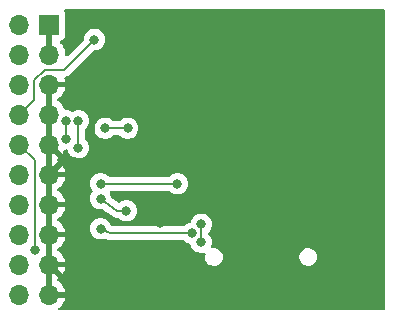
<source format=gbr>
%TF.GenerationSoftware,KiCad,Pcbnew,7.0.7*%
%TF.CreationDate,2023-08-18T08:54:36+02:00*%
%TF.ProjectId,uSD-Turbo,7553442d-5475-4726-926f-2e6b69636164,rev?*%
%TF.SameCoordinates,Original*%
%TF.FileFunction,Copper,L2,Bot*%
%TF.FilePolarity,Positive*%
%FSLAX46Y46*%
G04 Gerber Fmt 4.6, Leading zero omitted, Abs format (unit mm)*
G04 Created by KiCad (PCBNEW 7.0.7) date 2023-08-18 08:54:36*
%MOMM*%
%LPD*%
G01*
G04 APERTURE LIST*
%TA.AperFunction,ComponentPad*%
%ADD10R,1.700000X1.700000*%
%TD*%
%TA.AperFunction,ComponentPad*%
%ADD11O,1.700000X1.700000*%
%TD*%
%TA.AperFunction,ViaPad*%
%ADD12C,0.800000*%
%TD*%
%TA.AperFunction,Conductor*%
%ADD13C,0.500000*%
%TD*%
%TA.AperFunction,Conductor*%
%ADD14C,0.200000*%
%TD*%
G04 APERTURE END LIST*
D10*
%TO.P,J1,1,Pin_1*%
%TO.N,+5V*%
X110160000Y-62840000D03*
D11*
%TO.P,J1,2,Pin_2*%
%TO.N,CB1*%
X107620000Y-62840000D03*
%TO.P,J1,3,Pin_3*%
%TO.N,+5V*%
X110160000Y-65380000D03*
%TO.P,J1,4,Pin_4*%
%TO.N,CB2*%
X107620000Y-65380000D03*
%TO.P,J1,5,Pin_5*%
%TO.N,GND*%
X110160000Y-67920000D03*
%TO.P,J1,6,Pin_6*%
%TO.N,PB0*%
X107620000Y-67920000D03*
%TO.P,J1,7,Pin_7*%
%TO.N,GND*%
X110160000Y-70460000D03*
%TO.P,J1,8,Pin_8*%
%TO.N,PB1*%
X107620000Y-70460000D03*
%TO.P,J1,9,Pin_9*%
%TO.N,GND*%
X110160000Y-73000000D03*
%TO.P,J1,10,Pin_10*%
%TO.N,PB2*%
X107620000Y-73000000D03*
%TO.P,J1,11,Pin_11*%
%TO.N,GND*%
X110160000Y-75540000D03*
%TO.P,J1,12,Pin_12*%
%TO.N,PB3*%
X107620000Y-75540000D03*
%TO.P,J1,13,Pin_13*%
%TO.N,GND*%
X110160000Y-78080000D03*
%TO.P,J1,14,Pin_14*%
%TO.N,PB4*%
X107620000Y-78080000D03*
%TO.P,J1,15,Pin_15*%
%TO.N,GND*%
X110160000Y-80620000D03*
%TO.P,J1,16,Pin_16*%
%TO.N,unconnected-(J1-Pin_16-Pad16)*%
X107620000Y-80620000D03*
%TO.P,J1,17,Pin_17*%
%TO.N,GND*%
X110160000Y-83160000D03*
%TO.P,J1,18,Pin_18*%
%TO.N,unconnected-(J1-Pin_18-Pad18)*%
X107620000Y-83160000D03*
%TO.P,J1,19,Pin_19*%
%TO.N,GND*%
X110160000Y-85700000D03*
%TO.P,J1,20,Pin_20*%
%TO.N,unconnected-(J1-Pin_20-Pad20)*%
X107620000Y-85700000D03*
%TD*%
D12*
%TO.N,CB2*%
X112595000Y-70988000D03*
X114500000Y-77592000D03*
X112595000Y-73274000D03*
X116659000Y-78608000D03*
%TO.N,PB0*%
X111579000Y-70988000D03*
X111579000Y-72512000D03*
%TO.N,PB1*%
X116786000Y-71623000D03*
X114881000Y-71623000D03*
X113970000Y-64110000D03*
%TO.N,PB2*%
X108912000Y-81910000D03*
%TO.N,Net-(R2-Pad2)*%
X120977000Y-76322000D03*
X123009000Y-79751000D03*
X123009000Y-81275000D03*
X114500000Y-76322000D03*
%TO.N,GND*%
X125908000Y-65888000D03*
X119453000Y-69972000D03*
X117167000Y-69972000D03*
X122374000Y-85212000D03*
X122374000Y-74417000D03*
X114754000Y-84577000D03*
X113738000Y-69083000D03*
X134439000Y-85085000D03*
X119515500Y-79624000D03*
X124406000Y-66924000D03*
X114500000Y-69972000D03*
X119453000Y-66924000D03*
X128597000Y-85212000D03*
X128597000Y-74417000D03*
X134439000Y-74417000D03*
X113357000Y-75306000D03*
X118818000Y-75306000D03*
%TO.N,Net-(R3-Pad2)*%
X114500000Y-80132000D03*
X122247000Y-80513000D03*
%TD*%
D13*
%TO.N,+5V*%
X110160000Y-65380000D02*
X110160000Y-62840000D01*
D14*
%TO.N,CB2*%
X112595000Y-70988000D02*
X112595000Y-73274000D01*
X114500000Y-77592000D02*
X115897000Y-78608000D01*
X115897000Y-78608000D02*
X116659000Y-78608000D01*
%TO.N,PB0*%
X111579000Y-72512000D02*
X111579000Y-70988000D01*
%TO.N,PB1*%
X114881000Y-71623000D02*
X116786000Y-71623000D01*
X108890000Y-67563654D02*
X109803654Y-66650000D01*
X108890000Y-67920000D02*
X108890000Y-67563654D01*
X111430000Y-66650000D02*
X113970000Y-64110000D01*
X109803654Y-66650000D02*
X110160000Y-66650000D01*
X108890000Y-69190000D02*
X108890000Y-67920000D01*
X110160000Y-66650000D02*
X111430000Y-66650000D01*
X107620000Y-70460000D02*
X108890000Y-69190000D01*
%TO.N,PB2*%
X108912000Y-74292000D02*
X107620000Y-73000000D01*
X108912000Y-74292000D02*
X108912000Y-81910000D01*
%TO.N,Net-(R2-Pad2)*%
X114500000Y-76322000D02*
X120977000Y-76322000D01*
X123009000Y-79751000D02*
X123009000Y-81275000D01*
D13*
%TO.N,GND*%
X112341000Y-74290000D02*
X113357000Y-75306000D01*
X110160000Y-83160000D02*
X111577000Y-84577000D01*
X110160000Y-67920000D02*
X110160000Y-83160000D01*
X110160000Y-75540000D02*
X111410000Y-74290000D01*
X110180000Y-85720000D02*
X111833000Y-85720000D01*
X110160000Y-73000000D02*
X111450000Y-74290000D01*
X111410000Y-74290000D02*
X111450000Y-74290000D01*
X110160000Y-83160000D02*
X110160000Y-85700000D01*
X111577000Y-84577000D02*
X111833000Y-84577000D01*
X111450000Y-74290000D02*
X112341000Y-74290000D01*
X110160000Y-85700000D02*
X110180000Y-85720000D01*
D14*
%TO.N,Net-(R3-Pad2)*%
X114500000Y-80132000D02*
X115301500Y-80513000D01*
X115301500Y-80513000D02*
X122247000Y-80513000D01*
%TD*%
%TA.AperFunction,Conductor*%
%TO.N,GND*%
G36*
X138502539Y-61530185D02*
G01*
X138548294Y-61582989D01*
X138559500Y-61634500D01*
X138559500Y-86905500D01*
X138539815Y-86972539D01*
X138487011Y-87018294D01*
X138435500Y-87029500D01*
X111008208Y-87029500D01*
X110941169Y-87009815D01*
X110895414Y-86957011D01*
X110885470Y-86887853D01*
X110914495Y-86824297D01*
X110937084Y-86803926D01*
X111031078Y-86738109D01*
X111198105Y-86571082D01*
X111333600Y-86377578D01*
X111433429Y-86163492D01*
X111433432Y-86163486D01*
X111490636Y-85950000D01*
X110773347Y-85950000D01*
X110706308Y-85930315D01*
X110660553Y-85877511D01*
X110650609Y-85808353D01*
X110654369Y-85791067D01*
X110660000Y-85771888D01*
X110660000Y-85628111D01*
X110654369Y-85608933D01*
X110654370Y-85539064D01*
X110692145Y-85480286D01*
X110755701Y-85451262D01*
X110773347Y-85450000D01*
X111490636Y-85450000D01*
X111490635Y-85449999D01*
X111433432Y-85236513D01*
X111433429Y-85236507D01*
X111333600Y-85022422D01*
X111333599Y-85022420D01*
X111198113Y-84828926D01*
X111198108Y-84828920D01*
X111031082Y-84661894D01*
X110844968Y-84531575D01*
X110801344Y-84476998D01*
X110794151Y-84407499D01*
X110825673Y-84345145D01*
X110844968Y-84328425D01*
X111031082Y-84198105D01*
X111198105Y-84031082D01*
X111333600Y-83837578D01*
X111433429Y-83623492D01*
X111433432Y-83623486D01*
X111490636Y-83410000D01*
X110773347Y-83410000D01*
X110706308Y-83390315D01*
X110660553Y-83337511D01*
X110650609Y-83268353D01*
X110654369Y-83251067D01*
X110660000Y-83231888D01*
X110660000Y-83088111D01*
X110654369Y-83068933D01*
X110654370Y-82999064D01*
X110692145Y-82940286D01*
X110755701Y-82911262D01*
X110773347Y-82910000D01*
X111490636Y-82910000D01*
X111490635Y-82909999D01*
X111433432Y-82696513D01*
X111433429Y-82696507D01*
X111333600Y-82482422D01*
X111333599Y-82482420D01*
X111198113Y-82288926D01*
X111198108Y-82288920D01*
X111031082Y-82121894D01*
X110844968Y-81991575D01*
X110801344Y-81936998D01*
X110794151Y-81867499D01*
X110825673Y-81805145D01*
X110844968Y-81788425D01*
X111031082Y-81658105D01*
X111198105Y-81491082D01*
X111333600Y-81297578D01*
X111433429Y-81083492D01*
X111433432Y-81083486D01*
X111490636Y-80870000D01*
X110773347Y-80870000D01*
X110706308Y-80850315D01*
X110660553Y-80797511D01*
X110650609Y-80728353D01*
X110654369Y-80711067D01*
X110660000Y-80691888D01*
X110660000Y-80548111D01*
X110654369Y-80528933D01*
X110654370Y-80459064D01*
X110692145Y-80400286D01*
X110755701Y-80371262D01*
X110773347Y-80370000D01*
X111490636Y-80370000D01*
X111490635Y-80369999D01*
X111433432Y-80156513D01*
X111433429Y-80156507D01*
X111422001Y-80132000D01*
X113594540Y-80132000D01*
X113614326Y-80320256D01*
X113614327Y-80320259D01*
X113672818Y-80500277D01*
X113672821Y-80500284D01*
X113767467Y-80664216D01*
X113838211Y-80742785D01*
X113894129Y-80804888D01*
X114047265Y-80916148D01*
X114047270Y-80916151D01*
X114220192Y-80993142D01*
X114220197Y-80993144D01*
X114405354Y-81032500D01*
X114405355Y-81032500D01*
X114594644Y-81032500D01*
X114594646Y-81032500D01*
X114779803Y-80993144D01*
X114796368Y-80985768D01*
X114865613Y-80976481D01*
X114900040Y-80987055D01*
X114912849Y-80993144D01*
X114974481Y-81022442D01*
X114996731Y-81036057D01*
X114998659Y-81037536D01*
X115056108Y-81061332D01*
X115058964Y-81062602D01*
X115079242Y-81072241D01*
X115079250Y-81072243D01*
X115079251Y-81072244D01*
X115091501Y-81076206D01*
X115096138Y-81077912D01*
X115144738Y-81098044D01*
X115157592Y-81099736D01*
X115179565Y-81104692D01*
X115191909Y-81108685D01*
X115227809Y-81110518D01*
X115244430Y-81111368D01*
X115249363Y-81111818D01*
X115255539Y-81112630D01*
X115262139Y-81113500D01*
X115284568Y-81113500D01*
X115287731Y-81113581D01*
X115317760Y-81115114D01*
X115349817Y-81116752D01*
X115352198Y-81116242D01*
X115378132Y-81113500D01*
X121520742Y-81113500D01*
X121587781Y-81133185D01*
X121612891Y-81154527D01*
X121641128Y-81185887D01*
X121641135Y-81185893D01*
X121794265Y-81297148D01*
X121794270Y-81297151D01*
X121967191Y-81374142D01*
X121967193Y-81374142D01*
X121967197Y-81374144D01*
X122033781Y-81388296D01*
X122095260Y-81421488D01*
X122125929Y-81471268D01*
X122181818Y-81643277D01*
X122181821Y-81643284D01*
X122276467Y-81807216D01*
X122393324Y-81936998D01*
X122403129Y-81947888D01*
X122556265Y-82059148D01*
X122556270Y-82059151D01*
X122729192Y-82136142D01*
X122729197Y-82136144D01*
X122914354Y-82175500D01*
X122914355Y-82175500D01*
X123103644Y-82175500D01*
X123103646Y-82175500D01*
X123229179Y-82148817D01*
X123298843Y-82154133D01*
X123354576Y-82196270D01*
X123378682Y-82261849D01*
X123373748Y-82305670D01*
X123345871Y-82398786D01*
X123345869Y-82398794D01*
X123335668Y-82573933D01*
X123351058Y-82661210D01*
X123366135Y-82746711D01*
X123435623Y-82907804D01*
X123435624Y-82907806D01*
X123435626Y-82907809D01*
X123467153Y-82950156D01*
X123540390Y-83048530D01*
X123674786Y-83161302D01*
X123752488Y-83200325D01*
X123831562Y-83240038D01*
X123831563Y-83240038D01*
X123831567Y-83240040D01*
X124002279Y-83280500D01*
X124002282Y-83280500D01*
X124133701Y-83280500D01*
X124133709Y-83280500D01*
X124264255Y-83265241D01*
X124429117Y-83205237D01*
X124575696Y-83108830D01*
X124696092Y-82981218D01*
X124783812Y-82829281D01*
X124834130Y-82661210D01*
X124839213Y-82573933D01*
X131315668Y-82573933D01*
X131331058Y-82661210D01*
X131346135Y-82746711D01*
X131415623Y-82907804D01*
X131415624Y-82907806D01*
X131415626Y-82907809D01*
X131447153Y-82950156D01*
X131520390Y-83048530D01*
X131654786Y-83161302D01*
X131732488Y-83200325D01*
X131811562Y-83240038D01*
X131811563Y-83240038D01*
X131811567Y-83240040D01*
X131982279Y-83280500D01*
X131982282Y-83280500D01*
X132113701Y-83280500D01*
X132113709Y-83280500D01*
X132244255Y-83265241D01*
X132409117Y-83205237D01*
X132555696Y-83108830D01*
X132676092Y-82981218D01*
X132763812Y-82829281D01*
X132814130Y-82661210D01*
X132824331Y-82486065D01*
X132793865Y-82313289D01*
X132724377Y-82152196D01*
X132721861Y-82148817D01*
X132619609Y-82011469D01*
X132485214Y-81898698D01*
X132485212Y-81898697D01*
X132328437Y-81819961D01*
X132328433Y-81819960D01*
X132157721Y-81779500D01*
X132026291Y-81779500D01*
X131921854Y-81791707D01*
X131895743Y-81794759D01*
X131895740Y-81794760D01*
X131730884Y-81854762D01*
X131730880Y-81854764D01*
X131584306Y-81951167D01*
X131584305Y-81951168D01*
X131463910Y-82078778D01*
X131376188Y-82230718D01*
X131325870Y-82398789D01*
X131325869Y-82398794D01*
X131315668Y-82573933D01*
X124839213Y-82573933D01*
X124844331Y-82486065D01*
X124813865Y-82313289D01*
X124744377Y-82152196D01*
X124741861Y-82148817D01*
X124639609Y-82011469D01*
X124505214Y-81898698D01*
X124505212Y-81898697D01*
X124348437Y-81819961D01*
X124348433Y-81819960D01*
X124177721Y-81779500D01*
X124046291Y-81779500D01*
X123973965Y-81787953D01*
X123905096Y-81776185D01*
X123853520Y-81729049D01*
X123835615Y-81661513D01*
X123841641Y-81626474D01*
X123844874Y-81616521D01*
X123894674Y-81463256D01*
X123914460Y-81275000D01*
X123894674Y-81086744D01*
X123836179Y-80906716D01*
X123741533Y-80742784D01*
X123670788Y-80664214D01*
X123641350Y-80631519D01*
X123611120Y-80568527D01*
X123609500Y-80548547D01*
X123609500Y-80477452D01*
X123629185Y-80410413D01*
X123641350Y-80394480D01*
X123650253Y-80384592D01*
X123741533Y-80283216D01*
X123836179Y-80119284D01*
X123894674Y-79939256D01*
X123914460Y-79751000D01*
X123894674Y-79562744D01*
X123836179Y-79382716D01*
X123741533Y-79218784D01*
X123614871Y-79078112D01*
X123614870Y-79078111D01*
X123461734Y-78966851D01*
X123461729Y-78966848D01*
X123288807Y-78889857D01*
X123288802Y-78889855D01*
X123143001Y-78858865D01*
X123103646Y-78850500D01*
X122914354Y-78850500D01*
X122881897Y-78857398D01*
X122729197Y-78889855D01*
X122729192Y-78889857D01*
X122556270Y-78966848D01*
X122556265Y-78966851D01*
X122403129Y-79078111D01*
X122276466Y-79218785D01*
X122181821Y-79382715D01*
X122181819Y-79382719D01*
X122125929Y-79554731D01*
X122086491Y-79612406D01*
X122033781Y-79637702D01*
X121967195Y-79651856D01*
X121967192Y-79651857D01*
X121794270Y-79728848D01*
X121794265Y-79728851D01*
X121641135Y-79840106D01*
X121641128Y-79840112D01*
X121612891Y-79871473D01*
X121553405Y-79908121D01*
X121520742Y-79912500D01*
X115465613Y-79912500D01*
X115398574Y-79892815D01*
X115352819Y-79840011D01*
X115347682Y-79826818D01*
X115327178Y-79763714D01*
X115327177Y-79763712D01*
X115232534Y-79599785D01*
X115105870Y-79459111D01*
X114952734Y-79347851D01*
X114952729Y-79347848D01*
X114779807Y-79270857D01*
X114779802Y-79270855D01*
X114634001Y-79239865D01*
X114594646Y-79231500D01*
X114405354Y-79231500D01*
X114372897Y-79238398D01*
X114220197Y-79270855D01*
X114220192Y-79270857D01*
X114047270Y-79347848D01*
X114047265Y-79347851D01*
X113894129Y-79459111D01*
X113767466Y-79599785D01*
X113672821Y-79763715D01*
X113672818Y-79763722D01*
X113614327Y-79943740D01*
X113614326Y-79943744D01*
X113598029Y-80098804D01*
X113595750Y-80120492D01*
X113594540Y-80132000D01*
X111422001Y-80132000D01*
X111333600Y-79942422D01*
X111333599Y-79942420D01*
X111198113Y-79748926D01*
X111198108Y-79748920D01*
X111031082Y-79581894D01*
X110844968Y-79451575D01*
X110801344Y-79396998D01*
X110794151Y-79327499D01*
X110825673Y-79265145D01*
X110844968Y-79248425D01*
X111031082Y-79118105D01*
X111198105Y-78951082D01*
X111333600Y-78757578D01*
X111433429Y-78543492D01*
X111433432Y-78543486D01*
X111490636Y-78330000D01*
X110773347Y-78330000D01*
X110706308Y-78310315D01*
X110660553Y-78257511D01*
X110650609Y-78188353D01*
X110654369Y-78171067D01*
X110660000Y-78151888D01*
X110660000Y-78008111D01*
X110654369Y-77988933D01*
X110654370Y-77919064D01*
X110692145Y-77860286D01*
X110755701Y-77831262D01*
X110773347Y-77830000D01*
X111490636Y-77830000D01*
X111490635Y-77829999D01*
X111433432Y-77616513D01*
X111433429Y-77616507D01*
X111422001Y-77592000D01*
X113594540Y-77592000D01*
X113614326Y-77780256D01*
X113614327Y-77780259D01*
X113672818Y-77960277D01*
X113672821Y-77960284D01*
X113767467Y-78124216D01*
X113887487Y-78257511D01*
X113894129Y-78264888D01*
X114047265Y-78376148D01*
X114047270Y-78376151D01*
X114220192Y-78453142D01*
X114220197Y-78453144D01*
X114405354Y-78492500D01*
X114405355Y-78492500D01*
X114594645Y-78492500D01*
X114594646Y-78492500D01*
X114635466Y-78483823D01*
X114705132Y-78489138D01*
X114734180Y-78504830D01*
X115522443Y-79078111D01*
X115537539Y-79089090D01*
X115594159Y-79132536D01*
X115634974Y-79149441D01*
X115640859Y-79152250D01*
X115679673Y-79173349D01*
X115701272Y-79178545D01*
X115719707Y-79184539D01*
X115740238Y-79193044D01*
X115784031Y-79198809D01*
X115790442Y-79199998D01*
X115833401Y-79210334D01*
X115833401Y-79210333D01*
X115833402Y-79210334D01*
X115869075Y-79209417D01*
X115904749Y-79208500D01*
X115932742Y-79208500D01*
X115999781Y-79228185D01*
X116024891Y-79249527D01*
X116053128Y-79280887D01*
X116053135Y-79280893D01*
X116206265Y-79392148D01*
X116206270Y-79392151D01*
X116379192Y-79469142D01*
X116379197Y-79469144D01*
X116564354Y-79508500D01*
X116564355Y-79508500D01*
X116753644Y-79508500D01*
X116753646Y-79508500D01*
X116938803Y-79469144D01*
X117111730Y-79392151D01*
X117264871Y-79280888D01*
X117391533Y-79140216D01*
X117486179Y-78976284D01*
X117544674Y-78796256D01*
X117564460Y-78608000D01*
X117544674Y-78419744D01*
X117486179Y-78239716D01*
X117391533Y-78075784D01*
X117264871Y-77935112D01*
X117264870Y-77935111D01*
X117111734Y-77823851D01*
X117111729Y-77823848D01*
X116938807Y-77746857D01*
X116938802Y-77746855D01*
X116793001Y-77715865D01*
X116753646Y-77707500D01*
X116564354Y-77707500D01*
X116531897Y-77714398D01*
X116379197Y-77746855D01*
X116379192Y-77746857D01*
X116206271Y-77823848D01*
X116095840Y-77904080D01*
X116030033Y-77927559D01*
X115961979Y-77911733D01*
X115950022Y-77904044D01*
X115554666Y-77616513D01*
X115440520Y-77533498D01*
X115397881Y-77478149D01*
X115390133Y-77446175D01*
X115385674Y-77403748D01*
X115385674Y-77403745D01*
X115385672Y-77403740D01*
X115327179Y-77223716D01*
X115260658Y-77108499D01*
X115244186Y-77040600D01*
X115267039Y-76974573D01*
X115321960Y-76931382D01*
X115368046Y-76922500D01*
X120250742Y-76922500D01*
X120317781Y-76942185D01*
X120342891Y-76963527D01*
X120371128Y-76994887D01*
X120371135Y-76994893D01*
X120524265Y-77106148D01*
X120524270Y-77106151D01*
X120697192Y-77183142D01*
X120697197Y-77183144D01*
X120882354Y-77222500D01*
X120882355Y-77222500D01*
X121071644Y-77222500D01*
X121071646Y-77222500D01*
X121256803Y-77183144D01*
X121429730Y-77106151D01*
X121582871Y-76994888D01*
X121709533Y-76854216D01*
X121804179Y-76690284D01*
X121862674Y-76510256D01*
X121882460Y-76322000D01*
X121862674Y-76133744D01*
X121804179Y-75953716D01*
X121709533Y-75789784D01*
X121582871Y-75649112D01*
X121582863Y-75649106D01*
X121429734Y-75537851D01*
X121429729Y-75537848D01*
X121256807Y-75460857D01*
X121256802Y-75460855D01*
X121111000Y-75429865D01*
X121071646Y-75421500D01*
X120882354Y-75421500D01*
X120849897Y-75428398D01*
X120697197Y-75460855D01*
X120697192Y-75460857D01*
X120524270Y-75537848D01*
X120524265Y-75537851D01*
X120371135Y-75649106D01*
X120371128Y-75649112D01*
X120342891Y-75680473D01*
X120283405Y-75717121D01*
X120250742Y-75721500D01*
X115226258Y-75721500D01*
X115159219Y-75701815D01*
X115134109Y-75680473D01*
X115105871Y-75649112D01*
X115105864Y-75649106D01*
X114952734Y-75537851D01*
X114952729Y-75537848D01*
X114779807Y-75460857D01*
X114779802Y-75460855D01*
X114634001Y-75429865D01*
X114594646Y-75421500D01*
X114405354Y-75421500D01*
X114372897Y-75428398D01*
X114220197Y-75460855D01*
X114220192Y-75460857D01*
X114047270Y-75537848D01*
X114047265Y-75537851D01*
X113894129Y-75649111D01*
X113767466Y-75789785D01*
X113672821Y-75953715D01*
X113672818Y-75953722D01*
X113614327Y-76133740D01*
X113614326Y-76133744D01*
X113594540Y-76322000D01*
X113614326Y-76510256D01*
X113614327Y-76510259D01*
X113672818Y-76690277D01*
X113672821Y-76690284D01*
X113767467Y-76854216D01*
X113785305Y-76874027D01*
X113815535Y-76937018D01*
X113806910Y-77006354D01*
X113785308Y-77039968D01*
X113767466Y-77059784D01*
X113672821Y-77223715D01*
X113672818Y-77223722D01*
X113614327Y-77403740D01*
X113614326Y-77403744D01*
X113594540Y-77592000D01*
X111422001Y-77592000D01*
X111333600Y-77402422D01*
X111333599Y-77402420D01*
X111198113Y-77208926D01*
X111198108Y-77208920D01*
X111031082Y-77041894D01*
X110844968Y-76911575D01*
X110801344Y-76856998D01*
X110794151Y-76787499D01*
X110825673Y-76725145D01*
X110844968Y-76708425D01*
X111031082Y-76578105D01*
X111198105Y-76411082D01*
X111333600Y-76217578D01*
X111433429Y-76003492D01*
X111433432Y-76003486D01*
X111490636Y-75790000D01*
X110773347Y-75790000D01*
X110706308Y-75770315D01*
X110660553Y-75717511D01*
X110650609Y-75648353D01*
X110654369Y-75631067D01*
X110660000Y-75611888D01*
X110660000Y-75468111D01*
X110654369Y-75448933D01*
X110654370Y-75379064D01*
X110692145Y-75320286D01*
X110755701Y-75291262D01*
X110773347Y-75290000D01*
X111490636Y-75290000D01*
X111490635Y-75289999D01*
X111433432Y-75076513D01*
X111433429Y-75076507D01*
X111333600Y-74862422D01*
X111333599Y-74862420D01*
X111198113Y-74668926D01*
X111198108Y-74668920D01*
X111031082Y-74501894D01*
X110844968Y-74371575D01*
X110801344Y-74316998D01*
X110794151Y-74247499D01*
X110825673Y-74185145D01*
X110844968Y-74168425D01*
X111031082Y-74038105D01*
X111198105Y-73871082D01*
X111333600Y-73677578D01*
X111423823Y-73484095D01*
X111469995Y-73431656D01*
X111536205Y-73412500D01*
X111603068Y-73412500D01*
X111670107Y-73432185D01*
X111715862Y-73484989D01*
X111720999Y-73498182D01*
X111767818Y-73642277D01*
X111767821Y-73642284D01*
X111862467Y-73806216D01*
X111920873Y-73871082D01*
X111989129Y-73946888D01*
X112142265Y-74058148D01*
X112142270Y-74058151D01*
X112315192Y-74135142D01*
X112315197Y-74135144D01*
X112500354Y-74174500D01*
X112500355Y-74174500D01*
X112689644Y-74174500D01*
X112689646Y-74174500D01*
X112874803Y-74135144D01*
X113047730Y-74058151D01*
X113200871Y-73946888D01*
X113327533Y-73806216D01*
X113422179Y-73642284D01*
X113480674Y-73462256D01*
X113500460Y-73274000D01*
X113480674Y-73085744D01*
X113422179Y-72905716D01*
X113327533Y-72741784D01*
X113262180Y-72669202D01*
X113227350Y-72630519D01*
X113197120Y-72567527D01*
X113195500Y-72547547D01*
X113195500Y-71714452D01*
X113215185Y-71647413D01*
X113227350Y-71631480D01*
X113230101Y-71628425D01*
X113234986Y-71623000D01*
X113975540Y-71623000D01*
X113995326Y-71811256D01*
X113995327Y-71811259D01*
X114053818Y-71991277D01*
X114053821Y-71991284D01*
X114148467Y-72155216D01*
X114275128Y-72295887D01*
X114275129Y-72295888D01*
X114428265Y-72407148D01*
X114428270Y-72407151D01*
X114601192Y-72484142D01*
X114601197Y-72484144D01*
X114786354Y-72523500D01*
X114786355Y-72523500D01*
X114975644Y-72523500D01*
X114975646Y-72523500D01*
X115160803Y-72484144D01*
X115333730Y-72407151D01*
X115486871Y-72295888D01*
X115515108Y-72264527D01*
X115574595Y-72227879D01*
X115607258Y-72223500D01*
X116059742Y-72223500D01*
X116126781Y-72243185D01*
X116151891Y-72264527D01*
X116180128Y-72295887D01*
X116180135Y-72295893D01*
X116333265Y-72407148D01*
X116333270Y-72407151D01*
X116506192Y-72484142D01*
X116506197Y-72484144D01*
X116691354Y-72523500D01*
X116691355Y-72523500D01*
X116880644Y-72523500D01*
X116880646Y-72523500D01*
X117065803Y-72484144D01*
X117238730Y-72407151D01*
X117391871Y-72295888D01*
X117518533Y-72155216D01*
X117613179Y-71991284D01*
X117671674Y-71811256D01*
X117691460Y-71623000D01*
X117671674Y-71434744D01*
X117613179Y-71254716D01*
X117518533Y-71090784D01*
X117391871Y-70950112D01*
X117391863Y-70950106D01*
X117238734Y-70838851D01*
X117238729Y-70838848D01*
X117065807Y-70761857D01*
X117065802Y-70761855D01*
X116920000Y-70730865D01*
X116880646Y-70722500D01*
X116691354Y-70722500D01*
X116658897Y-70729398D01*
X116506197Y-70761855D01*
X116506192Y-70761857D01*
X116333270Y-70838848D01*
X116333265Y-70838851D01*
X116180135Y-70950106D01*
X116180128Y-70950112D01*
X116151891Y-70981473D01*
X116092405Y-71018121D01*
X116059742Y-71022500D01*
X115607258Y-71022500D01*
X115540219Y-71002815D01*
X115515109Y-70981473D01*
X115486871Y-70950112D01*
X115486864Y-70950106D01*
X115333734Y-70838851D01*
X115333729Y-70838848D01*
X115160807Y-70761857D01*
X115160802Y-70761855D01*
X115015001Y-70730865D01*
X114975646Y-70722500D01*
X114786354Y-70722500D01*
X114753897Y-70729398D01*
X114601197Y-70761855D01*
X114601192Y-70761857D01*
X114428270Y-70838848D01*
X114428265Y-70838851D01*
X114275129Y-70950111D01*
X114148466Y-71090785D01*
X114053821Y-71254715D01*
X114053818Y-71254722D01*
X114020819Y-71356284D01*
X113995326Y-71434744D01*
X113975540Y-71623000D01*
X113234986Y-71623000D01*
X113327533Y-71520216D01*
X113422179Y-71356284D01*
X113480674Y-71176256D01*
X113500460Y-70988000D01*
X113480674Y-70799744D01*
X113422179Y-70619716D01*
X113327533Y-70455784D01*
X113200871Y-70315112D01*
X113200870Y-70315111D01*
X113047734Y-70203851D01*
X113047729Y-70203848D01*
X112874807Y-70126857D01*
X112874802Y-70126855D01*
X112729000Y-70095865D01*
X112689646Y-70087500D01*
X112500354Y-70087500D01*
X112467897Y-70094398D01*
X112315197Y-70126855D01*
X112315192Y-70126857D01*
X112137436Y-70206001D01*
X112068186Y-70215286D01*
X112036564Y-70206001D01*
X111858807Y-70126857D01*
X111858802Y-70126855D01*
X111713000Y-70095865D01*
X111673646Y-70087500D01*
X111552961Y-70087500D01*
X111485922Y-70067815D01*
X111440167Y-70015011D01*
X111435339Y-70001583D01*
X111435285Y-70001603D01*
X111433429Y-69996507D01*
X111333600Y-69782422D01*
X111333599Y-69782420D01*
X111198113Y-69588926D01*
X111198108Y-69588920D01*
X111031082Y-69421894D01*
X110844968Y-69291575D01*
X110801344Y-69236998D01*
X110794151Y-69167499D01*
X110825673Y-69105145D01*
X110844968Y-69088425D01*
X111031082Y-68958105D01*
X111198105Y-68791082D01*
X111333600Y-68597578D01*
X111433429Y-68383492D01*
X111433432Y-68383486D01*
X111490636Y-68170000D01*
X110773347Y-68170000D01*
X110706308Y-68150315D01*
X110660553Y-68097511D01*
X110650609Y-68028353D01*
X110654369Y-68011067D01*
X110660000Y-67991888D01*
X110660000Y-67848111D01*
X110654369Y-67828933D01*
X110654370Y-67759064D01*
X110692145Y-67700286D01*
X110755701Y-67671262D01*
X110773347Y-67670000D01*
X111490636Y-67670000D01*
X111490635Y-67669999D01*
X111433432Y-67456513D01*
X111433431Y-67456512D01*
X111416472Y-67420143D01*
X111405980Y-67351066D01*
X111434499Y-67287281D01*
X111492975Y-67249041D01*
X111512663Y-67244799D01*
X111586762Y-67235044D01*
X111732841Y-67174536D01*
X111745811Y-67164583D01*
X111755764Y-67156947D01*
X111816182Y-67110585D01*
X111858282Y-67078282D01*
X111879984Y-67049998D01*
X111885310Y-67043923D01*
X113882416Y-65046819D01*
X113943740Y-65013334D01*
X113970098Y-65010500D01*
X114064644Y-65010500D01*
X114064646Y-65010500D01*
X114249803Y-64971144D01*
X114422730Y-64894151D01*
X114575871Y-64782888D01*
X114702533Y-64642216D01*
X114797179Y-64478284D01*
X114855674Y-64298256D01*
X114875460Y-64110000D01*
X114855674Y-63921744D01*
X114797179Y-63741716D01*
X114702533Y-63577784D01*
X114575871Y-63437112D01*
X114575870Y-63437111D01*
X114422734Y-63325851D01*
X114422729Y-63325848D01*
X114249807Y-63248857D01*
X114249802Y-63248855D01*
X114104000Y-63217865D01*
X114064646Y-63209500D01*
X113875354Y-63209500D01*
X113842897Y-63216398D01*
X113690197Y-63248855D01*
X113690192Y-63248857D01*
X113517270Y-63325848D01*
X113517265Y-63325851D01*
X113364129Y-63437111D01*
X113237466Y-63577785D01*
X113142821Y-63741715D01*
X113142818Y-63741722D01*
X113084327Y-63921740D01*
X113084326Y-63921744D01*
X113071104Y-64047546D01*
X113064540Y-64110002D01*
X113064540Y-64114861D01*
X113044855Y-64181900D01*
X113028221Y-64202542D01*
X111724432Y-65506331D01*
X111663109Y-65539816D01*
X111593417Y-65534832D01*
X111537484Y-65492960D01*
X111513067Y-65427496D01*
X111513223Y-65407842D01*
X111515659Y-65380000D01*
X111515659Y-65379999D01*
X111495063Y-65144596D01*
X111495063Y-65144592D01*
X111433903Y-64916337D01*
X111334035Y-64702171D01*
X111328424Y-64694158D01*
X111198496Y-64508600D01*
X111168173Y-64478277D01*
X111076567Y-64386671D01*
X111043084Y-64325351D01*
X111048068Y-64255659D01*
X111089939Y-64199725D01*
X111120915Y-64182810D01*
X111252331Y-64133796D01*
X111367546Y-64047546D01*
X111453796Y-63932331D01*
X111504091Y-63797483D01*
X111510500Y-63737873D01*
X111510499Y-61942128D01*
X111504091Y-61882517D01*
X111502810Y-61879083D01*
X111453797Y-61747671D01*
X111453795Y-61747668D01*
X111424707Y-61708811D01*
X111400290Y-61643347D01*
X111415142Y-61575074D01*
X111464547Y-61525668D01*
X111523974Y-61510500D01*
X138435500Y-61510500D01*
X138502539Y-61530185D01*
G37*
%TD.AperFunction*%
%TA.AperFunction,Conductor*%
G36*
X110337512Y-83659507D02*
G01*
X110390315Y-83705262D01*
X110410000Y-83772301D01*
X110410000Y-85087698D01*
X110390315Y-85154737D01*
X110337511Y-85200492D01*
X110268355Y-85210436D01*
X110195766Y-85200000D01*
X110195763Y-85200000D01*
X110124237Y-85200000D01*
X110124233Y-85200000D01*
X110051645Y-85210436D01*
X109982487Y-85200492D01*
X109929684Y-85154736D01*
X109910000Y-85087698D01*
X109910000Y-83772301D01*
X109929685Y-83705262D01*
X109982489Y-83659507D01*
X110051647Y-83649563D01*
X110124237Y-83660000D01*
X110124238Y-83660000D01*
X110195762Y-83660000D01*
X110195763Y-83660000D01*
X110268353Y-83649563D01*
X110337512Y-83659507D01*
G37*
%TD.AperFunction*%
%TA.AperFunction,Conductor*%
G36*
X110337512Y-81119507D02*
G01*
X110390315Y-81165262D01*
X110410000Y-81232301D01*
X110410000Y-82547698D01*
X110390315Y-82614737D01*
X110337511Y-82660492D01*
X110268355Y-82670436D01*
X110195766Y-82660000D01*
X110195763Y-82660000D01*
X110124237Y-82660000D01*
X110124233Y-82660000D01*
X110051645Y-82670436D01*
X109982487Y-82660492D01*
X109929684Y-82614736D01*
X109910000Y-82547698D01*
X109910000Y-81232301D01*
X109929685Y-81165262D01*
X109982489Y-81119507D01*
X110051647Y-81109563D01*
X110124237Y-81120000D01*
X110124238Y-81120000D01*
X110195762Y-81120000D01*
X110195763Y-81120000D01*
X110268353Y-81109563D01*
X110337512Y-81119507D01*
G37*
%TD.AperFunction*%
%TA.AperFunction,Conductor*%
G36*
X110337512Y-78579507D02*
G01*
X110390315Y-78625262D01*
X110410000Y-78692301D01*
X110410000Y-80007698D01*
X110390315Y-80074737D01*
X110337511Y-80120492D01*
X110268355Y-80130436D01*
X110195766Y-80120000D01*
X110195763Y-80120000D01*
X110124237Y-80120000D01*
X110124233Y-80120000D01*
X110051645Y-80130436D01*
X109982487Y-80120492D01*
X109929684Y-80074736D01*
X109910000Y-80007698D01*
X109910000Y-78692301D01*
X109929685Y-78625262D01*
X109982489Y-78579507D01*
X110051647Y-78569563D01*
X110124237Y-78580000D01*
X110124238Y-78580000D01*
X110195762Y-78580000D01*
X110195763Y-78580000D01*
X110268353Y-78569563D01*
X110337512Y-78579507D01*
G37*
%TD.AperFunction*%
%TA.AperFunction,Conductor*%
G36*
X110337512Y-76039507D02*
G01*
X110390315Y-76085262D01*
X110410000Y-76152301D01*
X110410000Y-77467698D01*
X110390315Y-77534737D01*
X110337511Y-77580492D01*
X110268355Y-77590436D01*
X110195766Y-77580000D01*
X110195763Y-77580000D01*
X110124237Y-77580000D01*
X110124233Y-77580000D01*
X110051645Y-77590436D01*
X109982487Y-77580492D01*
X109929684Y-77534736D01*
X109910000Y-77467698D01*
X109910000Y-76152301D01*
X109929685Y-76085262D01*
X109982489Y-76039507D01*
X110051647Y-76029563D01*
X110124237Y-76040000D01*
X110124238Y-76040000D01*
X110195762Y-76040000D01*
X110195763Y-76040000D01*
X110268353Y-76029563D01*
X110337512Y-76039507D01*
G37*
%TD.AperFunction*%
%TA.AperFunction,Conductor*%
G36*
X110337512Y-73499507D02*
G01*
X110390315Y-73545262D01*
X110410000Y-73612301D01*
X110410000Y-74927698D01*
X110390315Y-74994737D01*
X110337511Y-75040492D01*
X110268355Y-75050436D01*
X110195766Y-75040000D01*
X110195763Y-75040000D01*
X110124237Y-75040000D01*
X110124233Y-75040000D01*
X110051645Y-75050436D01*
X109982487Y-75040492D01*
X109929684Y-74994736D01*
X109910000Y-74927698D01*
X109910000Y-73612301D01*
X109929685Y-73545262D01*
X109982489Y-73499507D01*
X110051647Y-73489563D01*
X110124237Y-73500000D01*
X110124238Y-73500000D01*
X110195762Y-73500000D01*
X110195763Y-73500000D01*
X110268353Y-73489563D01*
X110337512Y-73499507D01*
G37*
%TD.AperFunction*%
%TA.AperFunction,Conductor*%
G36*
X110337512Y-70959507D02*
G01*
X110390315Y-71005262D01*
X110410000Y-71072301D01*
X110410000Y-72387698D01*
X110390315Y-72454737D01*
X110337511Y-72500492D01*
X110268355Y-72510436D01*
X110195766Y-72500000D01*
X110195763Y-72500000D01*
X110124237Y-72500000D01*
X110124233Y-72500000D01*
X110051645Y-72510436D01*
X109982487Y-72500492D01*
X109929684Y-72454736D01*
X109910000Y-72387698D01*
X109910000Y-71072301D01*
X109929685Y-71005262D01*
X109982489Y-70959507D01*
X110051647Y-70949563D01*
X110124237Y-70960000D01*
X110124238Y-70960000D01*
X110195762Y-70960000D01*
X110195763Y-70960000D01*
X110268353Y-70949563D01*
X110337512Y-70959507D01*
G37*
%TD.AperFunction*%
%TA.AperFunction,Conductor*%
G36*
X110337512Y-68419507D02*
G01*
X110390315Y-68465262D01*
X110410000Y-68532301D01*
X110410000Y-69847698D01*
X110390315Y-69914737D01*
X110337511Y-69960492D01*
X110268355Y-69970436D01*
X110195766Y-69960000D01*
X110195763Y-69960000D01*
X110124237Y-69960000D01*
X110124233Y-69960000D01*
X110051645Y-69970436D01*
X109982487Y-69960492D01*
X109929684Y-69914736D01*
X109910000Y-69847698D01*
X109910000Y-68532301D01*
X109929685Y-68465262D01*
X109982489Y-68419507D01*
X110051647Y-68409563D01*
X110124237Y-68420000D01*
X110124238Y-68420000D01*
X110195762Y-68420000D01*
X110195763Y-68420000D01*
X110268353Y-68409563D01*
X110337512Y-68419507D01*
G37*
%TD.AperFunction*%
%TD*%
M02*

</source>
